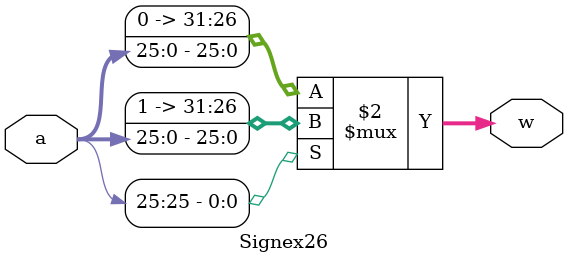
<source format=v>
`timescale 1ns/1ns
module Signex26(input[25:0] a, output [31:0] w);
	assign w = a[25] == 1'b0 ? {6'b000000, a} : {6'b111111, a};
endmodule

</source>
